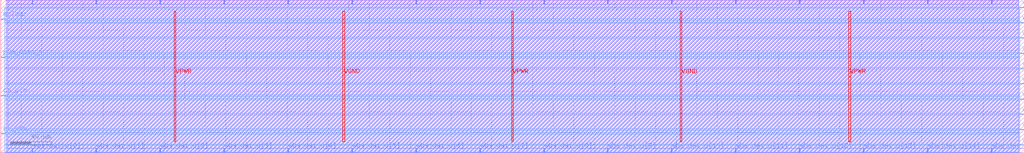
<source format=lef>
VERSION 5.7 ;
  NOWIREEXTENSIONATPIN ON ;
  DIVIDERCHAR "/" ;
  BUSBITCHARS "[]" ;
MACRO SonarOnChip
  CLASS BLOCK ;
  FOREIGN SonarOnChip ;
  ORIGIN 0.000 0.000 ;
  SIZE 1000.000 BY 150.000 ;
  PIN VGND
    DIRECTION INPUT ;
    USE GROUND ;
    PORT
      LAYER met4 ;
        RECT 334.370 10.640 335.970 138.960 ;
    END
    PORT
      LAYER met4 ;
        RECT 664.025 10.640 665.625 138.960 ;
    END
  END VGND
  PIN VPWR
    DIRECTION INPUT ;
    USE POWER ;
    PORT
      LAYER met4 ;
        RECT 169.545 10.640 171.145 138.960 ;
    END
    PORT
      LAYER met4 ;
        RECT 499.195 10.640 500.795 138.960 ;
    END
    PORT
      LAYER met4 ;
        RECT 828.850 10.640 830.450 138.960 ;
    END
  END VPWR
  PIN ce_pcm
    DIRECTION INPUT ;
    USE SIGNAL ;
    PORT
      LAYER met3 ;
        RECT 0.000 55.800 4.000 56.400 ;
    END
  END ce_pcm
  PIN ce_pdm
    DIRECTION INPUT ;
    USE SIGNAL ;
    PORT
      LAYER met3 ;
        RECT 0.000 18.400 4.000 19.000 ;
    END
  END ce_pdm
  PIN cmp
    DIRECTION OUTPUT TRISTATE ;
    USE SIGNAL ;
    PORT
      LAYER met3 ;
        RECT 996.000 82.320 1000.000 82.920 ;
    END
  END cmp
  PIN mclear
    DIRECTION INPUT ;
    USE SIGNAL ;
    PORT
      LAYER met3 ;
        RECT 0.000 130.600 4.000 131.200 ;
    END
  END mclear
  PIN pdm_data_i
    DIRECTION INPUT ;
    USE SIGNAL ;
    PORT
      LAYER met3 ;
        RECT 0.000 93.200 4.000 93.800 ;
    END
  END pdm_data_i
  PIN wb_clk_i
    DIRECTION INPUT ;
    USE SIGNAL ;
    PORT
      LAYER met3 ;
        RECT 996.000 7.520 1000.000 8.120 ;
    END
  END wb_clk_i
  PIN wb_rst_i
    DIRECTION INPUT ;
    USE SIGNAL ;
    PORT
      LAYER met3 ;
        RECT 996.000 22.480 1000.000 23.080 ;
    END
  END wb_rst_i
  PIN wb_valid_i
    DIRECTION INPUT ;
    USE SIGNAL ;
    PORT
      LAYER met3 ;
        RECT 996.000 37.440 1000.000 38.040 ;
    END
  END wb_valid_i
  PIN wbs_ack_o
    DIRECTION OUTPUT TRISTATE ;
    USE SIGNAL ;
    PORT
      LAYER met3 ;
        RECT 996.000 67.360 1000.000 67.960 ;
    END
  END wbs_ack_o
  PIN wbs_adr_i[0]
    DIRECTION INPUT ;
    USE SIGNAL ;
    PORT
      LAYER met3 ;
        RECT 996.000 97.280 1000.000 97.880 ;
    END
  END wbs_adr_i[0]
  PIN wbs_adr_i[1]
    DIRECTION INPUT ;
    USE SIGNAL ;
    PORT
      LAYER met3 ;
        RECT 996.000 112.240 1000.000 112.840 ;
    END
  END wbs_adr_i[1]
  PIN wbs_adr_i[2]
    DIRECTION INPUT ;
    USE SIGNAL ;
    PORT
      LAYER met3 ;
        RECT 996.000 127.200 1000.000 127.800 ;
    END
  END wbs_adr_i[2]
  PIN wbs_adr_i[3]
    DIRECTION INPUT ;
    USE SIGNAL ;
    PORT
      LAYER met3 ;
        RECT 996.000 142.160 1000.000 142.760 ;
    END
  END wbs_adr_i[3]
  PIN wbs_dat_i[0]
    DIRECTION INPUT ;
    USE SIGNAL ;
    PORT
      LAYER met2 ;
        RECT 30.910 146.000 31.190 150.000 ;
    END
  END wbs_dat_i[0]
  PIN wbs_dat_i[10]
    DIRECTION INPUT ;
    USE SIGNAL ;
    PORT
      LAYER met2 ;
        RECT 655.590 146.000 655.870 150.000 ;
    END
  END wbs_dat_i[10]
  PIN wbs_dat_i[11]
    DIRECTION INPUT ;
    USE SIGNAL ;
    PORT
      LAYER met2 ;
        RECT 718.150 146.000 718.430 150.000 ;
    END
  END wbs_dat_i[11]
  PIN wbs_dat_i[12]
    DIRECTION INPUT ;
    USE SIGNAL ;
    PORT
      LAYER met2 ;
        RECT 780.710 146.000 780.990 150.000 ;
    END
  END wbs_dat_i[12]
  PIN wbs_dat_i[13]
    DIRECTION INPUT ;
    USE SIGNAL ;
    PORT
      LAYER met2 ;
        RECT 843.270 146.000 843.550 150.000 ;
    END
  END wbs_dat_i[13]
  PIN wbs_dat_i[14]
    DIRECTION INPUT ;
    USE SIGNAL ;
    PORT
      LAYER met2 ;
        RECT 905.830 146.000 906.110 150.000 ;
    END
  END wbs_dat_i[14]
  PIN wbs_dat_i[15]
    DIRECTION INPUT ;
    USE SIGNAL ;
    PORT
      LAYER met2 ;
        RECT 968.390 146.000 968.670 150.000 ;
    END
  END wbs_dat_i[15]
  PIN wbs_dat_i[1]
    DIRECTION INPUT ;
    USE SIGNAL ;
    PORT
      LAYER met2 ;
        RECT 93.010 146.000 93.290 150.000 ;
    END
  END wbs_dat_i[1]
  PIN wbs_dat_i[2]
    DIRECTION INPUT ;
    USE SIGNAL ;
    PORT
      LAYER met2 ;
        RECT 155.570 146.000 155.850 150.000 ;
    END
  END wbs_dat_i[2]
  PIN wbs_dat_i[3]
    DIRECTION INPUT ;
    USE SIGNAL ;
    PORT
      LAYER met2 ;
        RECT 218.130 146.000 218.410 150.000 ;
    END
  END wbs_dat_i[3]
  PIN wbs_dat_i[4]
    DIRECTION INPUT ;
    USE SIGNAL ;
    PORT
      LAYER met2 ;
        RECT 280.690 146.000 280.970 150.000 ;
    END
  END wbs_dat_i[4]
  PIN wbs_dat_i[5]
    DIRECTION INPUT ;
    USE SIGNAL ;
    PORT
      LAYER met2 ;
        RECT 343.250 146.000 343.530 150.000 ;
    END
  END wbs_dat_i[5]
  PIN wbs_dat_i[6]
    DIRECTION INPUT ;
    USE SIGNAL ;
    PORT
      LAYER met2 ;
        RECT 405.810 146.000 406.090 150.000 ;
    END
  END wbs_dat_i[6]
  PIN wbs_dat_i[7]
    DIRECTION INPUT ;
    USE SIGNAL ;
    PORT
      LAYER met2 ;
        RECT 468.370 146.000 468.650 150.000 ;
    END
  END wbs_dat_i[7]
  PIN wbs_dat_i[8]
    DIRECTION INPUT ;
    USE SIGNAL ;
    PORT
      LAYER met2 ;
        RECT 530.930 146.000 531.210 150.000 ;
    END
  END wbs_dat_i[8]
  PIN wbs_dat_i[9]
    DIRECTION INPUT ;
    USE SIGNAL ;
    PORT
      LAYER met2 ;
        RECT 593.030 146.000 593.310 150.000 ;
    END
  END wbs_dat_i[9]
  PIN wbs_dat_o[0]
    DIRECTION OUTPUT TRISTATE ;
    USE SIGNAL ;
    PORT
      LAYER met2 ;
        RECT 30.910 0.000 31.190 4.000 ;
    END
  END wbs_dat_o[0]
  PIN wbs_dat_o[10]
    DIRECTION OUTPUT TRISTATE ;
    USE SIGNAL ;
    PORT
      LAYER met2 ;
        RECT 655.590 0.000 655.870 4.000 ;
    END
  END wbs_dat_o[10]
  PIN wbs_dat_o[11]
    DIRECTION OUTPUT TRISTATE ;
    USE SIGNAL ;
    PORT
      LAYER met2 ;
        RECT 718.150 0.000 718.430 4.000 ;
    END
  END wbs_dat_o[11]
  PIN wbs_dat_o[12]
    DIRECTION OUTPUT TRISTATE ;
    USE SIGNAL ;
    PORT
      LAYER met2 ;
        RECT 780.710 0.000 780.990 4.000 ;
    END
  END wbs_dat_o[12]
  PIN wbs_dat_o[13]
    DIRECTION OUTPUT TRISTATE ;
    USE SIGNAL ;
    PORT
      LAYER met2 ;
        RECT 843.270 0.000 843.550 4.000 ;
    END
  END wbs_dat_o[13]
  PIN wbs_dat_o[14]
    DIRECTION OUTPUT TRISTATE ;
    USE SIGNAL ;
    PORT
      LAYER met2 ;
        RECT 905.830 0.000 906.110 4.000 ;
    END
  END wbs_dat_o[14]
  PIN wbs_dat_o[15]
    DIRECTION OUTPUT TRISTATE ;
    USE SIGNAL ;
    PORT
      LAYER met2 ;
        RECT 968.390 0.000 968.670 4.000 ;
    END
  END wbs_dat_o[15]
  PIN wbs_dat_o[1]
    DIRECTION OUTPUT TRISTATE ;
    USE SIGNAL ;
    PORT
      LAYER met2 ;
        RECT 93.010 0.000 93.290 4.000 ;
    END
  END wbs_dat_o[1]
  PIN wbs_dat_o[2]
    DIRECTION OUTPUT TRISTATE ;
    USE SIGNAL ;
    PORT
      LAYER met2 ;
        RECT 155.570 0.000 155.850 4.000 ;
    END
  END wbs_dat_o[2]
  PIN wbs_dat_o[3]
    DIRECTION OUTPUT TRISTATE ;
    USE SIGNAL ;
    PORT
      LAYER met2 ;
        RECT 218.130 0.000 218.410 4.000 ;
    END
  END wbs_dat_o[3]
  PIN wbs_dat_o[4]
    DIRECTION OUTPUT TRISTATE ;
    USE SIGNAL ;
    PORT
      LAYER met2 ;
        RECT 280.690 0.000 280.970 4.000 ;
    END
  END wbs_dat_o[4]
  PIN wbs_dat_o[5]
    DIRECTION OUTPUT TRISTATE ;
    USE SIGNAL ;
    PORT
      LAYER met2 ;
        RECT 343.250 0.000 343.530 4.000 ;
    END
  END wbs_dat_o[5]
  PIN wbs_dat_o[6]
    DIRECTION OUTPUT TRISTATE ;
    USE SIGNAL ;
    PORT
      LAYER met2 ;
        RECT 405.810 0.000 406.090 4.000 ;
    END
  END wbs_dat_o[6]
  PIN wbs_dat_o[7]
    DIRECTION OUTPUT TRISTATE ;
    USE SIGNAL ;
    PORT
      LAYER met2 ;
        RECT 468.370 0.000 468.650 4.000 ;
    END
  END wbs_dat_o[7]
  PIN wbs_dat_o[8]
    DIRECTION OUTPUT TRISTATE ;
    USE SIGNAL ;
    PORT
      LAYER met2 ;
        RECT 530.930 0.000 531.210 4.000 ;
    END
  END wbs_dat_o[8]
  PIN wbs_dat_o[9]
    DIRECTION OUTPUT TRISTATE ;
    USE SIGNAL ;
    PORT
      LAYER met2 ;
        RECT 593.030 0.000 593.310 4.000 ;
    END
  END wbs_dat_o[9]
  PIN wbs_strb_i
    DIRECTION INPUT ;
    USE SIGNAL ;
    PORT
      LAYER met3 ;
        RECT 996.000 52.400 1000.000 53.000 ;
    END
  END wbs_strb_i
  OBS
      LAYER li1 ;
        RECT 5.520 0.425 994.835 149.515 ;
      LAYER met1 ;
        RECT 5.520 0.040 994.910 149.900 ;
      LAYER met2 ;
        RECT 6.990 145.720 30.630 149.930 ;
        RECT 31.470 145.720 92.730 149.930 ;
        RECT 93.570 145.720 155.290 149.930 ;
        RECT 156.130 145.720 217.850 149.930 ;
        RECT 218.690 145.720 280.410 149.930 ;
        RECT 281.250 145.720 342.970 149.930 ;
        RECT 343.810 145.720 405.530 149.930 ;
        RECT 406.370 145.720 468.090 149.930 ;
        RECT 468.930 145.720 530.650 149.930 ;
        RECT 531.490 145.720 592.750 149.930 ;
        RECT 593.590 145.720 655.310 149.930 ;
        RECT 656.150 145.720 717.870 149.930 ;
        RECT 718.710 145.720 780.430 149.930 ;
        RECT 781.270 145.720 842.990 149.930 ;
        RECT 843.830 145.720 905.550 149.930 ;
        RECT 906.390 145.720 968.110 149.930 ;
        RECT 968.950 145.720 994.890 149.930 ;
        RECT 6.990 4.280 994.890 145.720 ;
        RECT 6.990 0.010 30.630 4.280 ;
        RECT 31.470 0.010 92.730 4.280 ;
        RECT 93.570 0.010 155.290 4.280 ;
        RECT 156.130 0.010 217.850 4.280 ;
        RECT 218.690 0.010 280.410 4.280 ;
        RECT 281.250 0.010 342.970 4.280 ;
        RECT 343.810 0.010 405.530 4.280 ;
        RECT 406.370 0.010 468.090 4.280 ;
        RECT 468.930 0.010 530.650 4.280 ;
        RECT 531.490 0.010 592.750 4.280 ;
        RECT 593.590 0.010 655.310 4.280 ;
        RECT 656.150 0.010 717.870 4.280 ;
        RECT 718.710 0.010 780.430 4.280 ;
        RECT 781.270 0.010 842.990 4.280 ;
        RECT 843.830 0.010 905.550 4.280 ;
        RECT 906.390 0.010 968.110 4.280 ;
        RECT 968.950 0.010 994.890 4.280 ;
      LAYER met3 ;
        RECT 4.000 141.760 995.600 142.625 ;
        RECT 4.000 131.600 996.000 141.760 ;
        RECT 4.400 130.200 996.000 131.600 ;
        RECT 4.000 128.200 996.000 130.200 ;
        RECT 4.000 126.800 995.600 128.200 ;
        RECT 4.000 113.240 996.000 126.800 ;
        RECT 4.000 111.840 995.600 113.240 ;
        RECT 4.000 98.280 996.000 111.840 ;
        RECT 4.000 96.880 995.600 98.280 ;
        RECT 4.000 94.200 996.000 96.880 ;
        RECT 4.400 92.800 996.000 94.200 ;
        RECT 4.000 83.320 996.000 92.800 ;
        RECT 4.000 81.920 995.600 83.320 ;
        RECT 4.000 68.360 996.000 81.920 ;
        RECT 4.000 66.960 995.600 68.360 ;
        RECT 4.000 56.800 996.000 66.960 ;
        RECT 4.400 55.400 996.000 56.800 ;
        RECT 4.000 53.400 996.000 55.400 ;
        RECT 4.000 52.000 995.600 53.400 ;
        RECT 4.000 38.440 996.000 52.000 ;
        RECT 4.000 37.040 995.600 38.440 ;
        RECT 4.000 23.480 996.000 37.040 ;
        RECT 4.000 22.080 995.600 23.480 ;
        RECT 4.000 19.400 996.000 22.080 ;
        RECT 4.400 18.000 996.000 19.400 ;
        RECT 4.000 8.520 996.000 18.000 ;
        RECT 4.000 7.120 995.600 8.520 ;
        RECT 4.000 0.175 996.000 7.120 ;
  END
END SonarOnChip
END LIBRARY


</source>
